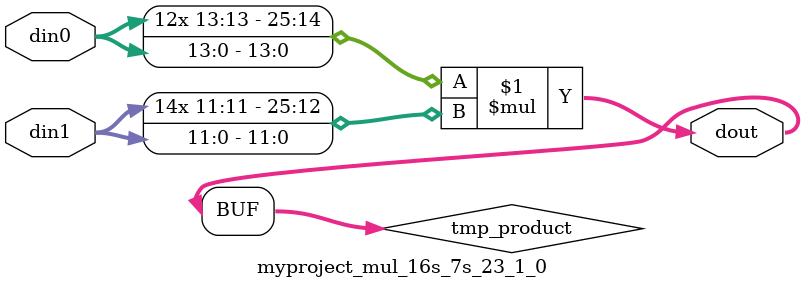
<source format=v>

`timescale 1 ns / 1 ps

  module myproject_mul_16s_7s_23_1_0(din0, din1, dout);
parameter ID = 1;
parameter NUM_STAGE = 0;
parameter din0_WIDTH = 14;
parameter din1_WIDTH = 12;
parameter dout_WIDTH = 26;

input [din0_WIDTH - 1 : 0] din0; 
input [din1_WIDTH - 1 : 0] din1; 
output [dout_WIDTH - 1 : 0] dout;

wire signed [dout_WIDTH - 1 : 0] tmp_product;













assign tmp_product = $signed(din0) * $signed(din1);








assign dout = tmp_product;







endmodule

</source>
